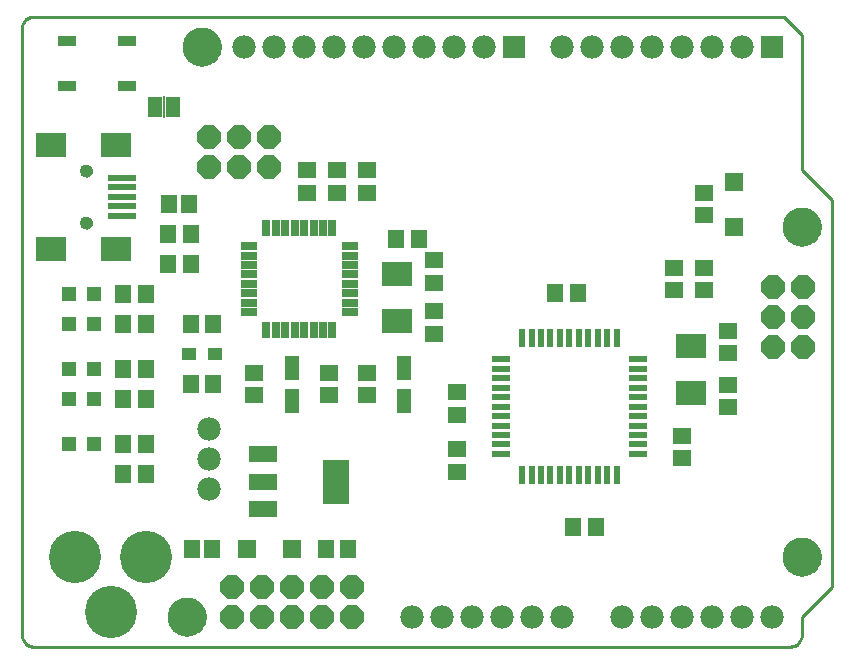
<source format=gts>
G75*
G70*
%OFA0B0*%
%FSLAX24Y24*%
%IPPOS*%
%LPD*%
%AMOC8*
5,1,8,0,0,1.08239X$1,22.5*
%
%ADD10C,0.0000*%
%ADD11C,0.1300*%
%ADD12C,0.0100*%
%ADD13C,0.0780*%
%ADD14R,0.0780X0.0780*%
%ADD15OC8,0.0780*%
%ADD16R,0.0985X0.0827*%
%ADD17R,0.0949X0.0237*%
%ADD18C,0.0434*%
%ADD19R,0.0631X0.0237*%
%ADD20R,0.0237X0.0631*%
%ADD21R,0.0540X0.0260*%
%ADD22R,0.0260X0.0540*%
%ADD23R,0.0552X0.0631*%
%ADD24R,0.0512X0.0434*%
%ADD25R,0.0631X0.0552*%
%ADD26R,0.0512X0.0512*%
%ADD27R,0.0920X0.0520*%
%ADD28R,0.0906X0.1457*%
%ADD29C,0.1740*%
%ADD30R,0.0512X0.0827*%
%ADD31R,0.0591X0.0591*%
%ADD32R,0.0640X0.0340*%
%ADD33R,0.0500X0.0670*%
%ADD34R,0.0060X0.0720*%
D10*
X007319Y001837D02*
X007321Y001887D01*
X007327Y001937D01*
X007337Y001986D01*
X007351Y002034D01*
X007368Y002081D01*
X007389Y002126D01*
X007414Y002170D01*
X007442Y002211D01*
X007474Y002250D01*
X007508Y002287D01*
X007545Y002321D01*
X007585Y002351D01*
X007627Y002378D01*
X007671Y002402D01*
X007717Y002423D01*
X007764Y002439D01*
X007812Y002452D01*
X007862Y002461D01*
X007911Y002466D01*
X007962Y002467D01*
X008012Y002464D01*
X008061Y002457D01*
X008110Y002446D01*
X008158Y002431D01*
X008204Y002413D01*
X008249Y002391D01*
X008292Y002365D01*
X008333Y002336D01*
X008372Y002304D01*
X008408Y002269D01*
X008440Y002231D01*
X008470Y002191D01*
X008497Y002148D01*
X008520Y002104D01*
X008539Y002058D01*
X008555Y002010D01*
X008567Y001961D01*
X008575Y001912D01*
X008579Y001862D01*
X008579Y001812D01*
X008575Y001762D01*
X008567Y001713D01*
X008555Y001664D01*
X008539Y001616D01*
X008520Y001570D01*
X008497Y001526D01*
X008470Y001483D01*
X008440Y001443D01*
X008408Y001405D01*
X008372Y001370D01*
X008333Y001338D01*
X008292Y001309D01*
X008249Y001283D01*
X008204Y001261D01*
X008158Y001243D01*
X008110Y001228D01*
X008061Y001217D01*
X008012Y001210D01*
X007962Y001207D01*
X007911Y001208D01*
X007862Y001213D01*
X007812Y001222D01*
X007764Y001235D01*
X007717Y001251D01*
X007671Y001272D01*
X007627Y001296D01*
X007585Y001323D01*
X007545Y001353D01*
X007508Y001387D01*
X007474Y001424D01*
X007442Y001463D01*
X007414Y001504D01*
X007389Y001548D01*
X007368Y001593D01*
X007351Y001640D01*
X007337Y001688D01*
X007327Y001737D01*
X007321Y001787D01*
X007319Y001837D01*
X004396Y014970D02*
X004398Y014997D01*
X004404Y015024D01*
X004413Y015050D01*
X004426Y015074D01*
X004442Y015097D01*
X004461Y015116D01*
X004483Y015133D01*
X004507Y015147D01*
X004532Y015157D01*
X004559Y015164D01*
X004586Y015167D01*
X004614Y015166D01*
X004641Y015161D01*
X004667Y015153D01*
X004691Y015141D01*
X004714Y015125D01*
X004735Y015107D01*
X004752Y015086D01*
X004767Y015062D01*
X004778Y015037D01*
X004786Y015011D01*
X004790Y014984D01*
X004790Y014956D01*
X004786Y014929D01*
X004778Y014903D01*
X004767Y014878D01*
X004752Y014854D01*
X004735Y014833D01*
X004714Y014815D01*
X004692Y014799D01*
X004667Y014787D01*
X004641Y014779D01*
X004614Y014774D01*
X004586Y014773D01*
X004559Y014776D01*
X004532Y014783D01*
X004507Y014793D01*
X004483Y014807D01*
X004461Y014824D01*
X004442Y014843D01*
X004426Y014866D01*
X004413Y014890D01*
X004404Y014916D01*
X004398Y014943D01*
X004396Y014970D01*
X004396Y016703D02*
X004398Y016730D01*
X004404Y016757D01*
X004413Y016783D01*
X004426Y016807D01*
X004442Y016830D01*
X004461Y016849D01*
X004483Y016866D01*
X004507Y016880D01*
X004532Y016890D01*
X004559Y016897D01*
X004586Y016900D01*
X004614Y016899D01*
X004641Y016894D01*
X004667Y016886D01*
X004691Y016874D01*
X004714Y016858D01*
X004735Y016840D01*
X004752Y016819D01*
X004767Y016795D01*
X004778Y016770D01*
X004786Y016744D01*
X004790Y016717D01*
X004790Y016689D01*
X004786Y016662D01*
X004778Y016636D01*
X004767Y016611D01*
X004752Y016587D01*
X004735Y016566D01*
X004714Y016548D01*
X004692Y016532D01*
X004667Y016520D01*
X004641Y016512D01*
X004614Y016507D01*
X004586Y016506D01*
X004559Y016509D01*
X004532Y016516D01*
X004507Y016526D01*
X004483Y016540D01*
X004461Y016557D01*
X004442Y016576D01*
X004426Y016599D01*
X004413Y016623D01*
X004404Y016649D01*
X004398Y016676D01*
X004396Y016703D01*
X007819Y020837D02*
X007821Y020887D01*
X007827Y020937D01*
X007837Y020986D01*
X007851Y021034D01*
X007868Y021081D01*
X007889Y021126D01*
X007914Y021170D01*
X007942Y021211D01*
X007974Y021250D01*
X008008Y021287D01*
X008045Y021321D01*
X008085Y021351D01*
X008127Y021378D01*
X008171Y021402D01*
X008217Y021423D01*
X008264Y021439D01*
X008312Y021452D01*
X008362Y021461D01*
X008411Y021466D01*
X008462Y021467D01*
X008512Y021464D01*
X008561Y021457D01*
X008610Y021446D01*
X008658Y021431D01*
X008704Y021413D01*
X008749Y021391D01*
X008792Y021365D01*
X008833Y021336D01*
X008872Y021304D01*
X008908Y021269D01*
X008940Y021231D01*
X008970Y021191D01*
X008997Y021148D01*
X009020Y021104D01*
X009039Y021058D01*
X009055Y021010D01*
X009067Y020961D01*
X009075Y020912D01*
X009079Y020862D01*
X009079Y020812D01*
X009075Y020762D01*
X009067Y020713D01*
X009055Y020664D01*
X009039Y020616D01*
X009020Y020570D01*
X008997Y020526D01*
X008970Y020483D01*
X008940Y020443D01*
X008908Y020405D01*
X008872Y020370D01*
X008833Y020338D01*
X008792Y020309D01*
X008749Y020283D01*
X008704Y020261D01*
X008658Y020243D01*
X008610Y020228D01*
X008561Y020217D01*
X008512Y020210D01*
X008462Y020207D01*
X008411Y020208D01*
X008362Y020213D01*
X008312Y020222D01*
X008264Y020235D01*
X008217Y020251D01*
X008171Y020272D01*
X008127Y020296D01*
X008085Y020323D01*
X008045Y020353D01*
X008008Y020387D01*
X007974Y020424D01*
X007942Y020463D01*
X007914Y020504D01*
X007889Y020548D01*
X007868Y020593D01*
X007851Y020640D01*
X007837Y020688D01*
X007827Y020737D01*
X007821Y020787D01*
X007819Y020837D01*
X027819Y014837D02*
X027821Y014887D01*
X027827Y014937D01*
X027837Y014986D01*
X027851Y015034D01*
X027868Y015081D01*
X027889Y015126D01*
X027914Y015170D01*
X027942Y015211D01*
X027974Y015250D01*
X028008Y015287D01*
X028045Y015321D01*
X028085Y015351D01*
X028127Y015378D01*
X028171Y015402D01*
X028217Y015423D01*
X028264Y015439D01*
X028312Y015452D01*
X028362Y015461D01*
X028411Y015466D01*
X028462Y015467D01*
X028512Y015464D01*
X028561Y015457D01*
X028610Y015446D01*
X028658Y015431D01*
X028704Y015413D01*
X028749Y015391D01*
X028792Y015365D01*
X028833Y015336D01*
X028872Y015304D01*
X028908Y015269D01*
X028940Y015231D01*
X028970Y015191D01*
X028997Y015148D01*
X029020Y015104D01*
X029039Y015058D01*
X029055Y015010D01*
X029067Y014961D01*
X029075Y014912D01*
X029079Y014862D01*
X029079Y014812D01*
X029075Y014762D01*
X029067Y014713D01*
X029055Y014664D01*
X029039Y014616D01*
X029020Y014570D01*
X028997Y014526D01*
X028970Y014483D01*
X028940Y014443D01*
X028908Y014405D01*
X028872Y014370D01*
X028833Y014338D01*
X028792Y014309D01*
X028749Y014283D01*
X028704Y014261D01*
X028658Y014243D01*
X028610Y014228D01*
X028561Y014217D01*
X028512Y014210D01*
X028462Y014207D01*
X028411Y014208D01*
X028362Y014213D01*
X028312Y014222D01*
X028264Y014235D01*
X028217Y014251D01*
X028171Y014272D01*
X028127Y014296D01*
X028085Y014323D01*
X028045Y014353D01*
X028008Y014387D01*
X027974Y014424D01*
X027942Y014463D01*
X027914Y014504D01*
X027889Y014548D01*
X027868Y014593D01*
X027851Y014640D01*
X027837Y014688D01*
X027827Y014737D01*
X027821Y014787D01*
X027819Y014837D01*
X027819Y003837D02*
X027821Y003887D01*
X027827Y003937D01*
X027837Y003986D01*
X027851Y004034D01*
X027868Y004081D01*
X027889Y004126D01*
X027914Y004170D01*
X027942Y004211D01*
X027974Y004250D01*
X028008Y004287D01*
X028045Y004321D01*
X028085Y004351D01*
X028127Y004378D01*
X028171Y004402D01*
X028217Y004423D01*
X028264Y004439D01*
X028312Y004452D01*
X028362Y004461D01*
X028411Y004466D01*
X028462Y004467D01*
X028512Y004464D01*
X028561Y004457D01*
X028610Y004446D01*
X028658Y004431D01*
X028704Y004413D01*
X028749Y004391D01*
X028792Y004365D01*
X028833Y004336D01*
X028872Y004304D01*
X028908Y004269D01*
X028940Y004231D01*
X028970Y004191D01*
X028997Y004148D01*
X029020Y004104D01*
X029039Y004058D01*
X029055Y004010D01*
X029067Y003961D01*
X029075Y003912D01*
X029079Y003862D01*
X029079Y003812D01*
X029075Y003762D01*
X029067Y003713D01*
X029055Y003664D01*
X029039Y003616D01*
X029020Y003570D01*
X028997Y003526D01*
X028970Y003483D01*
X028940Y003443D01*
X028908Y003405D01*
X028872Y003370D01*
X028833Y003338D01*
X028792Y003309D01*
X028749Y003283D01*
X028704Y003261D01*
X028658Y003243D01*
X028610Y003228D01*
X028561Y003217D01*
X028512Y003210D01*
X028462Y003207D01*
X028411Y003208D01*
X028362Y003213D01*
X028312Y003222D01*
X028264Y003235D01*
X028217Y003251D01*
X028171Y003272D01*
X028127Y003296D01*
X028085Y003323D01*
X028045Y003353D01*
X028008Y003387D01*
X027974Y003424D01*
X027942Y003463D01*
X027914Y003504D01*
X027889Y003548D01*
X027868Y003593D01*
X027851Y003640D01*
X027837Y003688D01*
X027827Y003737D01*
X027821Y003787D01*
X027819Y003837D01*
D11*
X028449Y003837D03*
X028449Y014837D03*
X008449Y020837D03*
X007949Y001837D03*
D12*
X002449Y001230D02*
X002449Y021443D01*
X002451Y021482D01*
X002457Y021520D01*
X002466Y021557D01*
X002479Y021594D01*
X002496Y021629D01*
X002515Y021662D01*
X002538Y021693D01*
X002564Y021722D01*
X002593Y021748D01*
X002624Y021771D01*
X002657Y021790D01*
X002692Y021807D01*
X002729Y021820D01*
X002766Y021829D01*
X002804Y021835D01*
X002843Y021837D01*
X027849Y021837D01*
X028449Y021237D01*
X028449Y016737D01*
X029449Y015737D01*
X029449Y002837D01*
X028449Y001837D01*
X028449Y001230D01*
X028447Y001191D01*
X028441Y001153D01*
X028432Y001116D01*
X028419Y001079D01*
X028402Y001044D01*
X028383Y001011D01*
X028360Y000980D01*
X028334Y000951D01*
X028305Y000925D01*
X028274Y000902D01*
X028241Y000883D01*
X028206Y000866D01*
X028169Y000853D01*
X028132Y000844D01*
X028094Y000838D01*
X028055Y000836D01*
X028055Y000837D02*
X002843Y000837D01*
X002843Y000836D02*
X002804Y000838D01*
X002766Y000844D01*
X002729Y000853D01*
X002692Y000866D01*
X002657Y000883D01*
X002624Y000902D01*
X002593Y000925D01*
X002564Y000951D01*
X002538Y000980D01*
X002515Y001011D01*
X002496Y001044D01*
X002479Y001079D01*
X002466Y001116D01*
X002457Y001153D01*
X002451Y001191D01*
X002449Y001230D01*
D13*
X008699Y006087D03*
X008699Y007087D03*
X008699Y008087D03*
X015449Y001837D03*
X016449Y001837D03*
X017449Y001837D03*
X018449Y001837D03*
X019449Y001837D03*
X020449Y001837D03*
X022449Y001837D03*
X023449Y001837D03*
X024449Y001837D03*
X025449Y001837D03*
X026449Y001837D03*
X027449Y001837D03*
X026449Y020837D03*
X025449Y020837D03*
X024449Y020837D03*
X023449Y020837D03*
X022449Y020837D03*
X021449Y020837D03*
X020449Y020837D03*
X017849Y020837D03*
X016849Y020837D03*
X015849Y020837D03*
X014849Y020837D03*
X013849Y020837D03*
X012849Y020837D03*
X011849Y020837D03*
X010849Y020837D03*
X009849Y020837D03*
D14*
X018849Y020837D03*
X027449Y020837D03*
D15*
X027499Y012837D03*
X028499Y012837D03*
X028499Y011837D03*
X027499Y011837D03*
X027499Y010837D03*
X028499Y010837D03*
X013449Y002837D03*
X012449Y002837D03*
X011449Y002837D03*
X010449Y002837D03*
X009449Y002837D03*
X009449Y001837D03*
X010449Y001837D03*
X011449Y001837D03*
X012449Y001837D03*
X013449Y001837D03*
X010699Y016837D03*
X009699Y016837D03*
X008699Y016837D03*
X008699Y017837D03*
X009699Y017837D03*
X010699Y017837D03*
D16*
X005577Y017569D03*
X003412Y017569D03*
X003412Y014104D03*
X005577Y014104D03*
X014949Y013274D03*
X014949Y011699D03*
X024749Y010874D03*
X024749Y009299D03*
D17*
X005799Y015207D03*
X005799Y015522D03*
X005799Y015837D03*
X005799Y016151D03*
X005799Y016466D03*
D18*
X004593Y016703D03*
X004593Y014970D03*
D19*
X018416Y010411D03*
X018416Y010096D03*
X018416Y009781D03*
X018416Y009466D03*
X018416Y009151D03*
X018416Y008837D03*
X018416Y008522D03*
X018416Y008207D03*
X018416Y007892D03*
X018416Y007577D03*
X018416Y007262D03*
X022983Y007262D03*
X022983Y007577D03*
X022983Y007892D03*
X022983Y008207D03*
X022983Y008522D03*
X022983Y008837D03*
X022983Y009151D03*
X022983Y009466D03*
X022983Y009781D03*
X022983Y010096D03*
X022983Y010411D03*
D20*
X022274Y011120D03*
X021959Y011120D03*
X021644Y011120D03*
X021329Y011120D03*
X021014Y011120D03*
X020699Y011120D03*
X020384Y011120D03*
X020069Y011120D03*
X019754Y011120D03*
X019439Y011120D03*
X019124Y011120D03*
X019124Y006553D03*
X019439Y006553D03*
X019754Y006553D03*
X020069Y006553D03*
X020384Y006553D03*
X020699Y006553D03*
X021014Y006553D03*
X021329Y006553D03*
X021644Y006553D03*
X021959Y006553D03*
X022274Y006553D03*
D21*
X013389Y011984D03*
X013389Y012299D03*
X013389Y012614D03*
X013389Y012929D03*
X013389Y013244D03*
X013389Y013559D03*
X013389Y013874D03*
X013389Y014189D03*
X010009Y014189D03*
X010009Y013874D03*
X010009Y013559D03*
X010009Y013244D03*
X010009Y012929D03*
X010009Y012614D03*
X010009Y012299D03*
X010009Y011984D03*
D22*
X010597Y011397D03*
X010912Y011397D03*
X011227Y011397D03*
X011542Y011397D03*
X011857Y011397D03*
X012172Y011397D03*
X012487Y011397D03*
X012801Y011397D03*
X012801Y014777D03*
X012487Y014777D03*
X012172Y014777D03*
X011857Y014777D03*
X011542Y014777D03*
X011227Y014777D03*
X010912Y014777D03*
X010597Y014777D03*
D23*
X008073Y014587D03*
X007325Y014587D03*
X007325Y013587D03*
X008073Y013587D03*
X006573Y012587D03*
X005825Y012587D03*
X005825Y011587D03*
X006573Y011587D03*
X008075Y011587D03*
X008823Y011587D03*
X006573Y010087D03*
X005825Y010087D03*
X005825Y009087D03*
X006573Y009087D03*
X008075Y009587D03*
X008823Y009587D03*
X006573Y007587D03*
X005825Y007587D03*
X005825Y006587D03*
X006573Y006587D03*
X008114Y004087D03*
X008784Y004087D03*
X012575Y004087D03*
X013323Y004087D03*
X020825Y004837D03*
X021573Y004837D03*
X020973Y012637D03*
X020225Y012637D03*
X015673Y014437D03*
X014925Y014437D03*
X008034Y015587D03*
X007364Y015587D03*
D24*
X008016Y010587D03*
X008882Y010587D03*
D25*
X010199Y009961D03*
X010199Y009213D03*
X012699Y009213D03*
X012699Y009961D03*
X013949Y009961D03*
X013949Y009213D03*
X016199Y011263D03*
X016199Y012011D03*
X016199Y012963D03*
X016199Y013711D03*
X013949Y015963D03*
X013949Y016711D03*
X012949Y016711D03*
X012949Y015963D03*
X011949Y015963D03*
X011949Y016711D03*
X016949Y009311D03*
X016949Y008563D03*
X016949Y007411D03*
X016949Y006663D03*
X024449Y007113D03*
X024449Y007861D03*
X025999Y008813D03*
X025999Y009561D03*
X025999Y010613D03*
X025999Y011361D03*
X025199Y012713D03*
X025199Y013461D03*
X024199Y013461D03*
X024199Y012713D03*
X025199Y015213D03*
X025199Y015961D03*
D26*
X004863Y012587D03*
X004036Y012587D03*
X004036Y011587D03*
X004863Y011587D03*
X004863Y010087D03*
X004036Y010087D03*
X004036Y009087D03*
X004863Y009087D03*
X004863Y007587D03*
X004036Y007587D03*
D27*
X010479Y007247D03*
X010479Y006337D03*
X010479Y005427D03*
D28*
X012919Y006337D03*
D29*
X006593Y003837D03*
X005412Y001986D03*
X004231Y003837D03*
D30*
X011449Y009035D03*
X011449Y010138D03*
X015199Y010138D03*
X015199Y009035D03*
D31*
X011447Y004087D03*
X009951Y004087D03*
X026199Y014839D03*
X026199Y016335D03*
D32*
X005949Y019537D03*
X005949Y021037D03*
X003949Y021037D03*
X003949Y019537D03*
D33*
X006899Y018837D03*
X007499Y018837D03*
D34*
X007199Y018837D03*
M02*

</source>
